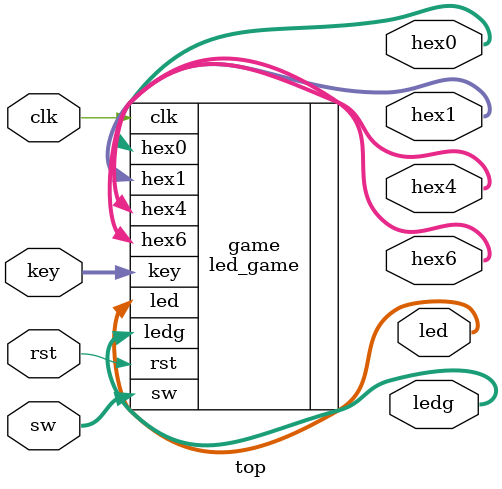
<source format=v>
module top (
    input wire clk,         // Clock input (assumed 50 MHz)
    input wire rst,         // Reset input (active high)
    input wire [15:0] sw,   // 16 switches input
    input wire [3:0] key,        // Submit button input
    output wire [15:0] led, // 16 LEDs output (main game LEDs)
    output wire [7:0] ledg, // 7 green LED output for correct answer
    output wire [6:0] hex0,  // 7-segment display HEX0 (units)
	 output wire [6:0] hex1,
	 output wire [6:0] hex4,
	 output wire [6:0] hex6
	 
);

    // Instantiate the led_game module and connect hex0 properly
    led_game game (
        .clk(clk),
        .rst(rst),
        .sw(sw),
        .led(led),
        .ledg(ledg),
        .hex0(hex0),   
		  .hex1(hex1),
		  .hex4(hex4),
		  .hex6(hex6),
		  .key(key)
    );

endmodule

</source>
